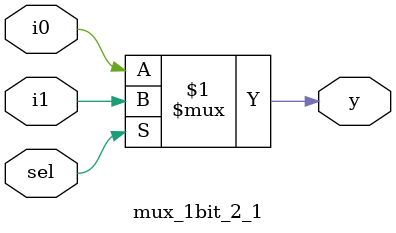
<source format=v>
module mux_1bit_2_1
(
    input i0,
    input i1,
    input sel, 
    output y
);
	assign y = sel ? i1 : i0;
endmodule
</source>
